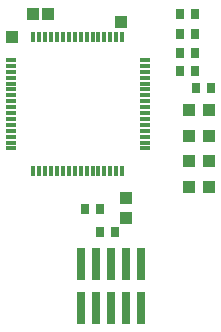
<source format=gtp>
G75*
%MOIN*%
%OFA0B0*%
%FSLAX24Y24*%
%IPPOS*%
%LPD*%
%AMOC8*
5,1,8,0,0,1.08239X$1,22.5*
%
%ADD10R,0.0276X0.0354*%
%ADD11R,0.0433X0.0433*%
%ADD12R,0.0118X0.0354*%
%ADD13R,0.0354X0.0118*%
%ADD14R,0.0433X0.0394*%
%ADD15R,0.0394X0.0433*%
%ADD16R,0.0299X0.1102*%
D10*
X004817Y004180D03*
X005329Y004180D03*
X005317Y003430D03*
X005829Y003430D03*
X008517Y008230D03*
X009029Y008230D03*
X008479Y008780D03*
X007967Y008780D03*
X007967Y009380D03*
X008479Y009380D03*
X008479Y010030D03*
X007967Y010030D03*
X007967Y010680D03*
X008479Y010680D03*
D11*
X006023Y010430D03*
X003573Y010680D03*
X003073Y010680D03*
X002373Y009930D03*
D12*
X003097Y009904D03*
X003294Y009904D03*
X003491Y009904D03*
X003687Y009904D03*
X003884Y009904D03*
X004081Y009904D03*
X004278Y009904D03*
X004475Y009904D03*
X004672Y009904D03*
X004869Y009904D03*
X005065Y009904D03*
X005262Y009904D03*
X005459Y009904D03*
X005656Y009904D03*
X005853Y009904D03*
X006050Y009904D03*
X006050Y005456D03*
X005853Y005456D03*
X005656Y005456D03*
X005459Y005456D03*
X005262Y005456D03*
X005065Y005456D03*
X004869Y005456D03*
X004672Y005456D03*
X004475Y005456D03*
X004278Y005456D03*
X004081Y005456D03*
X003884Y005456D03*
X003687Y005456D03*
X003491Y005456D03*
X003294Y005456D03*
X003097Y005456D03*
D13*
X002349Y006204D03*
X002349Y006400D03*
X002349Y006597D03*
X002349Y006794D03*
X002349Y006991D03*
X002349Y007188D03*
X002349Y007385D03*
X002349Y007582D03*
X002349Y007778D03*
X002349Y007975D03*
X002349Y008172D03*
X002349Y008369D03*
X002349Y008566D03*
X002349Y008763D03*
X002349Y008960D03*
X002349Y009156D03*
X006798Y009156D03*
X006798Y008960D03*
X006798Y008763D03*
X006798Y008566D03*
X006798Y008369D03*
X006798Y008172D03*
X006798Y007975D03*
X006798Y007778D03*
X006798Y007582D03*
X006798Y007385D03*
X006798Y007188D03*
X006798Y006991D03*
X006798Y006794D03*
X006798Y006597D03*
X006798Y006400D03*
X006798Y006204D03*
D14*
X008289Y005780D03*
X008958Y005780D03*
X008958Y006630D03*
X008289Y006630D03*
X008289Y007480D03*
X008958Y007480D03*
X008958Y004930D03*
X008289Y004930D03*
D15*
X006173Y004565D03*
X006173Y003895D03*
D16*
X004673Y000902D03*
X005173Y000902D03*
X005673Y000902D03*
X006173Y000902D03*
X006673Y000902D03*
X006673Y002358D03*
X006173Y002358D03*
X005673Y002358D03*
X005173Y002358D03*
X004673Y002358D03*
M02*

</source>
